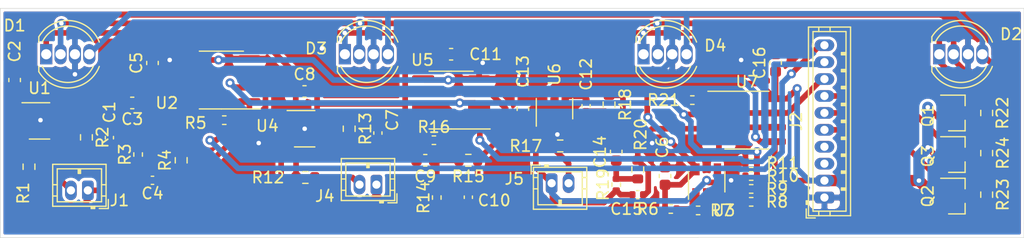
<source format=kicad_pcb>
(kicad_pcb (version 20171130) (host pcbnew "(5.1.9)-1")
  (layers (0 F.Cu signal) (31 B.Cu signal) (34 B.Paste user) (35 F.Paste user) (36 B.SilkS user) (37 F.SilkS user) (38 B.Mask user) (39 F.Mask user) (44 Edge.Cuts user))
  (net 0 "")
  (net 1 "Net-(C1-Pad1)")
  (net 2 "Net-(C1-Pad2)")
  (net 3 +3V3)
  (net 4 GND)
  (net 5 "Net-(C3-Pad1)")
  (net 6 "Net-(C4-Pad1)")
  (net 7 /VGND)
  (net 8 "Net-(C7-Pad2)")
  (net 9 "Net-(C7-Pad1)")
  (net 10 "Net-(C9-Pad1)")
  (net 11 "Net-(C10-Pad1)")
  (net 12 "Net-(C12-Pad2)")
  (net 13 "Net-(C12-Pad1)")
  (net 14 "Net-(C14-Pad1)")
  (net 15 "Net-(C15-Pad1)")
  (net 16 "Net-(D1-Pad4)")
  (net 17 "Net-(D1-Pad2)")
  (net 18 "Net-(D1-Pad1)")
  (net 19 "Net-(J1-Pad2)")
  (net 20 /impact_sensor1/out)
  (net 21 /impact_sensor2/out)
  (net 22 /impact_sensor3/out)
  (net 23 /leds/LED-B)
  (net 24 /leds/LED-G)
  (net 25 /leds/LED-R)
  (net 26 "Net-(J4-Pad2)")
  (net 27 "Net-(J5-Pad2)")
  (net 28 "Net-(Q1-Pad3)")
  (net 29 "Net-(Q2-Pad3)")
  (net 30 "Net-(Q3-Pad3)")
  (net 31 "Net-(R6-Pad2)")
  (net 32 /VGND+)
  (net 33 /VGND-)
  (net 34 "Net-(J2-Pad3)")
  (net 35 "Net-(J2-Pad4)")
  (module LED_THT:LED_D5.0mm-4_RGB (layer F.Cu) (at 107.696 67.564)
    (fp_text reference D4 (at 6.35 -0.762) (layer F.SilkS))
    (fp_text value LED_BGCR)
    (pad 4 thru_hole oval (at 3.81 0) (size 1.07 1.8) (drill 0.9) (layers *.Cu *.Mask) (net 16 "Net-(D1-Pad4)"))
    (pad 3 thru_hole oval (at 2.54 0) (size 1.07 1.8) (drill 0.9) (layers *.Cu *.Mask) (net 4 GND))
    (pad 2 thru_hole oval (at 1.27 0) (size 1.07 1.8) (drill 0.9) (layers *.Cu *.Mask) (net 17 "Net-(D1-Pad2)"))
    (pad 1 thru_hole rect (at 0 0) (size 1.07 1.8) (drill 0.9) (layers *.Cu *.Mask) (net 18 "Net-(D1-Pad1)"))
  )
  (module Capacitor_SMD:C_0402_1005Metric (layer F.Cu) (at 60.452 74.958 270)
    (fp_text reference C1 (at -2.258 0 90) (layer F.SilkS))
    (fp_text value 1n)
    (pad 1 smd roundrect (at -0.48 0 270) (size 0.56 0.62) (layers F.Cu F.Paste F.Mask) (net 1 "Net-(C1-Pad1)"))
    (pad 2 smd roundrect (at 0.48 0 270) (size 0.56 0.62) (layers F.Cu F.Paste F.Mask) (net 2 "Net-(C1-Pad2)"))
  )
  (module Capacitor_SMD:C_0603_1608Metric (layer F.Cu) (at 52.07 69.85 90)
    (fp_text reference C2 (at 2.54 0 90) (layer F.SilkS))
    (fp_text value 10n)
    (pad 1 smd roundrect (at -0.775 0 90) (size 0.9 0.95) (layers F.Cu F.Paste F.Mask) (net 3 +3V3))
    (pad 2 smd roundrect (at 0.775 0 90) (size 0.9 0.95) (layers F.Cu F.Paste F.Mask) (net 4 GND))
  )
  (module Capacitor_SMD:C_0603_1608Metric (layer F.Cu) (at 62.471 71.882 180)
    (fp_text reference C3 (at 0 -1.43) (layer F.SilkS))
    (fp_text value 10n)
    (pad 1 smd roundrect (at -0.775 0 180) (size 0.9 0.95) (layers F.Cu F.Paste F.Mask) (net 5 "Net-(C3-Pad1)"))
    (pad 2 smd roundrect (at 0.775 0 180) (size 0.9 0.95) (layers F.Cu F.Paste F.Mask) (net 1 "Net-(C1-Pad1)"))
  )
  (module Capacitor_SMD:C_0402_1005Metric (layer F.Cu) (at 64.262 78.74 180)
    (fp_text reference C4 (at 0 -1.16) (layer F.SilkS))
    (fp_text value 22n)
    (pad 1 smd roundrect (at -0.48 0 180) (size 0.56 0.62) (layers F.Cu F.Paste F.Mask) (net 6 "Net-(C4-Pad1)"))
    (pad 2 smd roundrect (at 0.48 0 180) (size 0.56 0.62) (layers F.Cu F.Paste F.Mask) (net 7 /VGND))
  )
  (module Capacitor_SMD:C_0603_1608Metric (layer F.Cu) (at 64.262 68.339 90)
    (fp_text reference C5 (at 0 -1.43 90) (layer F.SilkS))
    (fp_text value 10n)
    (pad 1 smd roundrect (at -0.775 0 90) (size 0.9 0.95) (layers F.Cu F.Paste F.Mask) (net 3 +3V3))
    (pad 2 smd roundrect (at 0.775 0 90) (size 0.9 0.95) (layers F.Cu F.Paste F.Mask) (net 4 GND))
  )
  (module Capacitor_SMD:C_0603_1608Metric (layer F.Cu) (at 109.601 78.359 90)
    (fp_text reference C6 (at 2.54 -0.254 90) (layer F.SilkS))
    (fp_text value 10n)
    (pad 2 smd roundrect (at 0.775 0 90) (size 0.9 0.95) (layers F.Cu F.Paste F.Mask) (net 4 GND))
    (pad 1 smd roundrect (at -0.775 0 90) (size 0.9 0.95) (layers F.Cu F.Paste F.Mask) (net 3 +3V3))
  )
  (module Capacitor_SMD:C_0402_1005Metric (layer F.Cu) (at 84.201 74.549 270)
    (fp_text reference C7 (at -1.143 -1.27 90) (layer F.SilkS))
    (fp_text value 1n)
    (pad 2 smd roundrect (at 0.48 0 270) (size 0.56 0.62) (layers F.Cu F.Paste F.Mask) (net 8 "Net-(C7-Pad2)"))
    (pad 1 smd roundrect (at -0.48 0 270) (size 0.56 0.62) (layers F.Cu F.Paste F.Mask) (net 9 "Net-(C7-Pad1)"))
  )
  (module Capacitor_SMD:C_0603_1608Metric (layer F.Cu) (at 77.711 70.866 180)
    (fp_text reference C8 (at 0 1.524) (layer F.SilkS))
    (fp_text value 10n)
    (pad 2 smd roundrect (at 0.775 0 180) (size 0.9 0.95) (layers F.Cu F.Paste F.Mask) (net 4 GND))
    (pad 1 smd roundrect (at -0.775 0 180) (size 0.9 0.95) (layers F.Cu F.Paste F.Mask) (net 3 +3V3))
  )
  (module Capacitor_SMD:C_0603_1608Metric (layer F.Cu) (at 88.392 76.962 180)
    (fp_text reference C9 (at 0 -1.43) (layer F.SilkS))
    (fp_text value 10n)
    (pad 1 smd roundrect (at -0.775 0 180) (size 0.9 0.95) (layers F.Cu F.Paste F.Mask) (net 10 "Net-(C9-Pad1)"))
    (pad 2 smd roundrect (at 0.775 0 180) (size 0.9 0.95) (layers F.Cu F.Paste F.Mask) (net 9 "Net-(C7-Pad1)"))
  )
  (module Capacitor_SMD:C_0402_1005Metric (layer F.Cu) (at 92.202 80.236 270)
    (fp_text reference C10 (at 0.282 -2.286 180) (layer F.SilkS))
    (fp_text value 22n)
    (pad 2 smd roundrect (at 0.48 0 270) (size 0.56 0.62) (layers F.Cu F.Paste F.Mask) (net 7 /VGND))
    (pad 1 smd roundrect (at -0.48 0 270) (size 0.56 0.62) (layers F.Cu F.Paste F.Mask) (net 11 "Net-(C10-Pad1)"))
  )
  (module Capacitor_SMD:C_0603_1608Metric (layer F.Cu) (at 90.678 67.564)
    (fp_text reference C11 (at 3.048 0) (layer F.SilkS))
    (fp_text value 10n)
    (pad 2 smd roundrect (at 0.775 0) (size 0.9 0.95) (layers F.Cu F.Paste F.Mask) (net 4 GND))
    (pad 1 smd roundrect (at -0.775 0) (size 0.9 0.95) (layers F.Cu F.Paste F.Mask) (net 3 +3V3))
  )
  (module Capacitor_SMD:C_0402_1005Metric (layer F.Cu) (at 102.616 72.136 270)
    (fp_text reference C12 (at -2.794 0 90) (layer F.SilkS))
    (fp_text value 1n)
    (pad 2 smd roundrect (at 0.48 0 270) (size 0.56 0.62) (layers F.Cu F.Paste F.Mask) (net 12 "Net-(C12-Pad2)"))
    (pad 1 smd roundrect (at -0.48 0 270) (size 0.56 0.62) (layers F.Cu F.Paste F.Mask) (net 13 "Net-(C12-Pad1)"))
  )
  (module Capacitor_SMD:C_0603_1608Metric (layer F.Cu) (at 97.028 72.403 270)
    (fp_text reference C13 (at -3.302 0 90) (layer F.SilkS))
    (fp_text value 10n)
    (pad 2 smd roundrect (at 0.775 0 270) (size 0.9 0.95) (layers F.Cu F.Paste F.Mask) (net 4 GND))
    (pad 1 smd roundrect (at -0.775 0 270) (size 0.9 0.95) (layers F.Cu F.Paste F.Mask) (net 3 +3V3))
  )
  (module Capacitor_SMD:C_0603_1608Metric (layer F.Cu) (at 105.283 76.213 90)
    (fp_text reference C14 (at 0 -1.43 90) (layer F.SilkS))
    (fp_text value 10n)
    (pad 2 smd roundrect (at 0.775 0 90) (size 0.9 0.95) (layers F.Cu F.Paste F.Mask) (net 13 "Net-(C12-Pad1)"))
    (pad 1 smd roundrect (at -0.775 0 90) (size 0.9 0.95) (layers F.Cu F.Paste F.Mask) (net 14 "Net-(C14-Pad1)"))
  )
  (module Capacitor_SMD:C_0402_1005Metric (layer F.Cu) (at 107.188 80.01 180)
    (fp_text reference C15 (at 0.988 -1.27) (layer F.SilkS))
    (fp_text value 22n)
    (pad 1 smd roundrect (at -0.48 0 180) (size 0.56 0.62) (layers F.Cu F.Paste F.Mask) (net 15 "Net-(C15-Pad1)"))
    (pad 2 smd roundrect (at 0.48 0 180) (size 0.56 0.62) (layers F.Cu F.Paste F.Mask) (net 7 /VGND))
  )
  (module Capacitor_SMD:C_0603_1608Metric (layer F.Cu) (at 119.38 68.326 90)
    (fp_text reference C16 (at 0 -1.43 90) (layer F.SilkS))
    (fp_text value 10n)
    (pad 1 smd roundrect (at -0.775 0 90) (size 0.9 0.95) (layers F.Cu F.Paste F.Mask) (net 3 +3V3))
    (pad 2 smd roundrect (at 0.775 0 90) (size 0.9 0.95) (layers F.Cu F.Paste F.Mask) (net 4 GND))
  )
  (module LED_THT:LED_D5.0mm-4_RGB (layer F.Cu) (at 54.864 67.564)
    (fp_text reference D1 (at -2.794 -2.54) (layer F.SilkS))
    (fp_text value LED_BGCR)
    (pad 1 thru_hole rect (at 0 0) (size 1.07 1.8) (drill 0.9) (layers *.Cu *.Mask) (net 18 "Net-(D1-Pad1)"))
    (pad 2 thru_hole oval (at 1.27 0) (size 1.07 1.8) (drill 0.9) (layers *.Cu *.Mask) (net 17 "Net-(D1-Pad2)"))
    (pad 3 thru_hole oval (at 2.54 0) (size 1.07 1.8) (drill 0.9) (layers *.Cu *.Mask) (net 4 GND))
    (pad 4 thru_hole oval (at 3.81 0) (size 1.07 1.8) (drill 0.9) (layers *.Cu *.Mask) (net 16 "Net-(D1-Pad4)"))
  )
  (module LED_THT:LED_D5.0mm-4_RGB (layer F.Cu) (at 133.858 67.564)
    (fp_text reference D2 (at 6.35 -1.778) (layer F.SilkS))
    (fp_text value LED_BGCR)
    (pad 1 thru_hole rect (at 0 0) (size 1.07 1.8) (drill 0.9) (layers *.Cu *.Mask) (net 18 "Net-(D1-Pad1)"))
    (pad 2 thru_hole oval (at 1.27 0) (size 1.07 1.8) (drill 0.9) (layers *.Cu *.Mask) (net 17 "Net-(D1-Pad2)"))
    (pad 3 thru_hole oval (at 2.54 0) (size 1.07 1.8) (drill 0.9) (layers *.Cu *.Mask) (net 4 GND))
    (pad 4 thru_hole oval (at 3.81 0) (size 1.07 1.8) (drill 0.9) (layers *.Cu *.Mask) (net 16 "Net-(D1-Pad4)"))
  )
  (module LED_THT:LED_D5.0mm-4_RGB (layer F.Cu) (at 81.28 67.564)
    (fp_text reference D3 (at -2.54 -0.508) (layer F.SilkS))
    (fp_text value LED_BGCR)
    (pad 4 thru_hole oval (at 3.81 0) (size 1.07 1.8) (drill 0.9) (layers *.Cu *.Mask) (net 16 "Net-(D1-Pad4)"))
    (pad 3 thru_hole oval (at 2.54 0) (size 1.07 1.8) (drill 0.9) (layers *.Cu *.Mask) (net 4 GND))
    (pad 2 thru_hole oval (at 1.27 0) (size 1.07 1.8) (drill 0.9) (layers *.Cu *.Mask) (net 17 "Net-(D1-Pad2)"))
    (pad 1 thru_hole rect (at 0 0) (size 1.07 1.8) (drill 0.9) (layers *.Cu *.Mask) (net 18 "Net-(D1-Pad1)"))
  )
  (module Package_TO_SOT_SMD:SOT-23 (layer F.Cu) (at 135.382 72.771)
    (fp_text reference Q1 (at -2.54 0.254 270) (layer F.SilkS))
    (fp_text value BC808)
    (pad 1 smd rect (at -1 -0.95) (size 0.9 0.8) (layers F.Cu F.Paste F.Mask) (net 23 /leds/LED-B))
    (pad 2 smd rect (at -1 0.95) (size 0.9 0.8) (layers F.Cu F.Paste F.Mask) (net 3 +3V3))
    (pad 3 smd rect (at 1 0) (size 0.9 0.8) (layers F.Cu F.Paste F.Mask) (net 28 "Net-(Q1-Pad3)"))
  )
  (module Package_TO_SOT_SMD:SOT-23 (layer F.Cu) (at 135.382 80.137)
    (fp_text reference Q2 (at -2.54 0 270) (layer F.SilkS))
    (fp_text value BC808)
    (pad 3 smd rect (at 1 0) (size 0.9 0.8) (layers F.Cu F.Paste F.Mask) (net 29 "Net-(Q2-Pad3)"))
    (pad 2 smd rect (at -1 0.95) (size 0.9 0.8) (layers F.Cu F.Paste F.Mask) (net 3 +3V3))
    (pad 1 smd rect (at -1 -0.95) (size 0.9 0.8) (layers F.Cu F.Paste F.Mask) (net 25 /leds/LED-R))
  )
  (module Package_TO_SOT_SMD:SOT-23 (layer F.Cu) (at 135.382 76.454)
    (fp_text reference Q3 (at -2.54 0.127 270) (layer F.SilkS))
    (fp_text value BC808)
    (pad 1 smd rect (at -1 -0.95) (size 0.9 0.8) (layers F.Cu F.Paste F.Mask) (net 24 /leds/LED-G))
    (pad 2 smd rect (at -1 0.95) (size 0.9 0.8) (layers F.Cu F.Paste F.Mask) (net 3 +3V3))
    (pad 3 smd rect (at 1 0) (size 0.9 0.8) (layers F.Cu F.Paste F.Mask) (net 30 "Net-(Q3-Pad3)"))
  )
  (module Resistor_SMD:R_0603_1608Metric (layer F.Cu) (at 53.34 77.533 270)
    (fp_text reference R1 (at 2.349 0.508 90) (layer F.SilkS))
    (fp_text value 27)
    (pad 1 smd roundrect (at -0.825 0 270) (size 0.8 0.95) (layers F.Cu F.Paste F.Mask) (net 2 "Net-(C1-Pad2)"))
    (pad 2 smd roundrect (at 0.825 0 270) (size 0.8 0.95) (layers F.Cu F.Paste F.Mask) (net 19 "Net-(J1-Pad2)"))
  )
  (module Resistor_SMD:R_0603_1608Metric (layer F.Cu) (at 66.802 76.962 90)
    (fp_text reference R4 (at 0 -1.43 90) (layer F.SilkS))
    (fp_text value 270)
    (pad 1 smd roundrect (at -0.825 0 90) (size 0.8 0.95) (layers F.Cu F.Paste F.Mask) (net 6 "Net-(C4-Pad1)"))
    (pad 2 smd roundrect (at 0.825 0 90) (size 0.8 0.95) (layers F.Cu F.Paste F.Mask) (net 5 "Net-(C3-Pad1)"))
  )
  (module Resistor_SMD:R_0402_1005Metric (layer F.Cu) (at 110.109 81.28)
    (fp_text reference R6 (at -2.032 0) (layer F.SilkS))
    (fp_text value 20K)
    (pad 2 smd roundrect (at 0.51 0) (size 0.54 0.64) (layers F.Cu F.Paste F.Mask) (net 31 "Net-(R6-Pad2)"))
    (pad 1 smd roundrect (at -0.51 0) (size 0.54 0.64) (layers F.Cu F.Paste F.Mask) (net 3 +3V3))
  )
  (module Resistor_SMD:R_0402_1005Metric (layer F.Cu) (at 112.524 81.407)
    (fp_text reference R7 (at 2.032 0) (layer F.SilkS))
    (fp_text value 20K)
    (pad 2 smd roundrect (at 0.51 0) (size 0.54 0.64) (layers F.Cu F.Paste F.Mask) (net 4 GND))
    (pad 1 smd roundrect (at -0.51 0) (size 0.54 0.64) (layers F.Cu F.Paste F.Mask) (net 31 "Net-(R6-Pad2)"))
  )
  (module Resistor_SMD:R_0402_1005Metric (layer F.Cu) (at 117.221 80.645)
    (fp_text reference R8 (at 2.286 0) (layer F.SilkS))
    (fp_text value 150K)
    (pad 2 smd roundrect (at 0.51 0) (size 0.54 0.64) (layers F.Cu F.Paste F.Mask) (net 32 /VGND+))
    (pad 1 smd roundrect (at -0.51 0) (size 0.54 0.64) (layers F.Cu F.Paste F.Mask) (net 3 +3V3))
  )
  (module Resistor_SMD:R_0402_1005Metric (layer F.Cu) (at 117.221 79.502 180)
    (fp_text reference R9 (at -2.286 0) (layer F.SilkS))
    (fp_text value 3.83K)
    (pad 1 smd roundrect (at -0.51 0 180) (size 0.54 0.64) (layers F.Cu F.Paste F.Mask) (net 32 /VGND+))
    (pad 2 smd roundrect (at 0.51 0 180) (size 0.54 0.64) (layers F.Cu F.Paste F.Mask) (net 7 /VGND))
  )
  (module Resistor_SMD:R_0402_1005Metric (layer F.Cu) (at 117.221 78.359)
    (fp_text reference R10 (at 2.794 0) (layer F.SilkS))
    (fp_text value 3.83K)
    (pad 1 smd roundrect (at -0.51 0) (size 0.54 0.64) (layers F.Cu F.Paste F.Mask) (net 7 /VGND))
    (pad 2 smd roundrect (at 0.51 0) (size 0.54 0.64) (layers F.Cu F.Paste F.Mask) (net 33 /VGND-))
  )
  (module Resistor_SMD:R_0402_1005Metric (layer F.Cu) (at 117.221 77.216 180)
    (fp_text reference R11 (at -2.794 0) (layer F.SilkS))
    (fp_text value 150K)
    (pad 2 smd roundrect (at 0.51 0 180) (size 0.54 0.64) (layers F.Cu F.Paste F.Mask) (net 4 GND))
    (pad 1 smd roundrect (at -0.51 0 180) (size 0.54 0.64) (layers F.Cu F.Paste F.Mask) (net 33 /VGND-))
  )
  (module Resistor_SMD:R_0603_1608Metric (layer F.Cu) (at 77.787 78.486)
    (fp_text reference R12 (at -3.302 0) (layer F.SilkS))
    (fp_text value 27)
    (pad 2 smd roundrect (at 0.825 0) (size 0.8 0.95) (layers F.Cu F.Paste F.Mask) (net 26 "Net-(J4-Pad2)"))
    (pad 1 smd roundrect (at -0.825 0) (size 0.8 0.95) (layers F.Cu F.Paste F.Mask) (net 8 "Net-(C7-Pad2)"))
  )
  (module Resistor_SMD:R_0603_1608Metric (layer F.Cu) (at 92.202 76.962 180)
    (fp_text reference R15 (at 0 -1.43) (layer F.SilkS))
    (fp_text value 270)
    (pad 2 smd roundrect (at 0.825 0 180) (size 0.8 0.95) (layers F.Cu F.Paste F.Mask) (net 10 "Net-(C9-Pad1)"))
    (pad 1 smd roundrect (at -0.825 0 180) (size 0.8 0.95) (layers F.Cu F.Paste F.Mask) (net 11 "Net-(C10-Pad1)"))
  )
  (module Resistor_SMD:R_0603_1608Metric (layer F.Cu) (at 100.33 75.692 180)
    (fp_text reference R17 (at 3.048 0) (layer F.SilkS))
    (fp_text value 27)
    (pad 1 smd roundrect (at -0.825 0 180) (size 0.8 0.95) (layers F.Cu F.Paste F.Mask) (net 12 "Net-(C12-Pad2)"))
    (pad 2 smd roundrect (at 0.825 0 180) (size 0.8 0.95) (layers F.Cu F.Paste F.Mask) (net 27 "Net-(J5-Pad2)"))
  )
  (module Resistor_SMD:R_0603_1608Metric (layer F.Cu) (at 107.188 77.787 270)
    (fp_text reference R20 (at -3.111 -0.254 90) (layer F.SilkS))
    (fp_text value 270)
    (pad 2 smd roundrect (at 0.825 0 270) (size 0.8 0.95) (layers F.Cu F.Paste F.Mask) (net 14 "Net-(C14-Pad1)"))
    (pad 1 smd roundrect (at -0.825 0 270) (size 0.8 0.95) (layers F.Cu F.Paste F.Mask) (net 15 "Net-(C15-Pad1)"))
  )
  (module Package_TO_SOT_SMD:SOT-23-5 (layer F.Cu) (at 54.272 73.472)
    (fp_text reference U1 (at 0 -2.9) (layer F.SilkS))
    (fp_text value LMV321)
    (pad 5 smd rect (at 1.1 -0.95) (size 1.06 0.65) (layers F.Cu F.Paste F.Mask) (net 3 +3V3))
    (pad 4 smd rect (at 1.1 0.95) (size 1.06 0.65) (layers F.Cu F.Paste F.Mask) (net 1 "Net-(C1-Pad1)"))
    (pad 3 smd rect (at -1.1 0.95) (size 1.06 0.65) (layers F.Cu F.Paste F.Mask) (net 2 "Net-(C1-Pad2)"))
    (pad 2 smd rect (at -1.1 0) (size 1.06 0.65) (layers F.Cu F.Paste F.Mask) (net 4 GND))
    (pad 1 smd rect (at -1.1 -0.95) (size 1.06 0.65) (layers F.Cu F.Paste F.Mask) (net 7 /VGND))
  )
  (module Package_SO:SOIC-8_3.9x4.9mm_P1.27mm (layer F.Cu) (at 70.358 69.85 180)
    (fp_text reference U2 (at 4.826 -2.032) (layer F.SilkS))
    (fp_text value LM393)
    (pad 1 smd roundrect (at -2.475 -1.905 180) (size 1.95 0.6) (layers F.Cu F.Paste F.Mask) (net 20 /impact_sensor1/out))
    (pad 2 smd roundrect (at -2.475 -0.635 180) (size 1.95 0.6) (layers F.Cu F.Paste F.Mask) (net 33 /VGND-))
    (pad 3 smd roundrect (at -2.475 0.635 180) (size 1.95 0.6) (layers F.Cu F.Paste F.Mask) (net 6 "Net-(C4-Pad1)"))
    (pad 4 smd roundrect (at -2.475 1.905 180) (size 1.95 0.6) (layers F.Cu F.Paste F.Mask) (net 4 GND))
    (pad 5 smd roundrect (at 2.475 1.905 180) (size 1.95 0.6) (layers F.Cu F.Paste F.Mask) (net 32 /VGND+))
    (pad 6 smd roundrect (at 2.475 0.635 180) (size 1.95 0.6) (layers F.Cu F.Paste F.Mask) (net 6 "Net-(C4-Pad1)"))
    (pad 7 smd roundrect (at 2.475 -0.635 180) (size 1.95 0.6) (layers F.Cu F.Paste F.Mask) (net 20 /impact_sensor1/out))
    (pad 8 smd roundrect (at 2.475 -1.905 180) (size 1.95 0.6) (layers F.Cu F.Paste F.Mask) (net 3 +3V3))
  )
  (module Package_TO_SOT_SMD:SOT-23-5 (layer F.Cu) (at 113.284 78.867 90)
    (fp_text reference U3 (at -2.54 1.524 180) (layer F.SilkS))
    (fp_text value LMV321)
    (pad 1 smd rect (at -1.1 -0.95 90) (size 1.06 0.65) (layers F.Cu F.Paste F.Mask) (net 31 "Net-(R6-Pad2)"))
    (pad 2 smd rect (at -1.1 0 90) (size 1.06 0.65) (layers F.Cu F.Paste F.Mask) (net 4 GND))
    (pad 3 smd rect (at -1.1 0.95 90) (size 1.06 0.65) (layers F.Cu F.Paste F.Mask) (net 7 /VGND))
    (pad 4 smd rect (at 1.1 0.95 90) (size 1.06 0.65) (layers F.Cu F.Paste F.Mask) (net 7 /VGND))
    (pad 5 smd rect (at 1.1 -0.95 90) (size 1.06 0.65) (layers F.Cu F.Paste F.Mask) (net 3 +3V3))
  )
  (module Package_TO_SOT_SMD:SOT-23-5 (layer F.Cu) (at 77.724 74.168)
    (fp_text reference U4 (at -3.302 -0.254) (layer F.SilkS))
    (fp_text value LMV321)
    (pad 1 smd rect (at -1.1 -0.95) (size 1.06 0.65) (layers F.Cu F.Paste F.Mask) (net 7 /VGND))
    (pad 2 smd rect (at -1.1 0) (size 1.06 0.65) (layers F.Cu F.Paste F.Mask) (net 4 GND))
    (pad 3 smd rect (at -1.1 0.95) (size 1.06 0.65) (layers F.Cu F.Paste F.Mask) (net 8 "Net-(C7-Pad2)"))
    (pad 4 smd rect (at 1.1 0.95) (size 1.06 0.65) (layers F.Cu F.Paste F.Mask) (net 9 "Net-(C7-Pad1)"))
    (pad 5 smd rect (at 1.1 -0.95) (size 1.06 0.65) (layers F.Cu F.Paste F.Mask) (net 3 +3V3))
  )
  (module Package_SO:SOIC-8_3.9x4.9mm_P1.27mm (layer F.Cu) (at 90.678 71.628 180)
    (fp_text reference U5 (at 2.54 3.556) (layer F.SilkS))
    (fp_text value LM393)
    (pad 8 smd roundrect (at 2.475 -1.905 180) (size 1.95 0.6) (layers F.Cu F.Paste F.Mask) (net 3 +3V3))
    (pad 7 smd roundrect (at 2.475 -0.635 180) (size 1.95 0.6) (layers F.Cu F.Paste F.Mask) (net 21 /impact_sensor2/out))
    (pad 6 smd roundrect (at 2.475 0.635 180) (size 1.95 0.6) (layers F.Cu F.Paste F.Mask) (net 11 "Net-(C10-Pad1)"))
    (pad 5 smd roundrect (at 2.475 1.905 180) (size 1.95 0.6) (layers F.Cu F.Paste F.Mask) (net 32 /VGND+))
    (pad 4 smd roundrect (at -2.475 1.905 180) (size 1.95 0.6) (layers F.Cu F.Paste F.Mask) (net 4 GND))
    (pad 3 smd roundrect (at -2.475 0.635 180) (size 1.95 0.6) (layers F.Cu F.Paste F.Mask) (net 11 "Net-(C10-Pad1)"))
    (pad 2 smd roundrect (at -2.475 -0.635 180) (size 1.95 0.6) (layers F.Cu F.Paste F.Mask) (net 33 /VGND-))
    (pad 1 smd roundrect (at -2.475 -1.905 180) (size 1.95 0.6) (layers F.Cu F.Paste F.Mask) (net 21 /impact_sensor2/out))
  )
  (module Package_TO_SOT_SMD:SOT-23-5 (layer F.Cu) (at 99.822 72.39 90)
    (fp_text reference U6 (at 3.048 0 90) (layer F.SilkS))
    (fp_text value LMV321)
    (pad 5 smd rect (at 1.1 -0.95 90) (size 1.06 0.65) (layers F.Cu F.Paste F.Mask) (net 3 +3V3))
    (pad 4 smd rect (at 1.1 0.95 90) (size 1.06 0.65) (layers F.Cu F.Paste F.Mask) (net 13 "Net-(C12-Pad1)"))
    (pad 3 smd rect (at -1.1 0.95 90) (size 1.06 0.65) (layers F.Cu F.Paste F.Mask) (net 12 "Net-(C12-Pad2)"))
    (pad 2 smd rect (at -1.1 0 90) (size 1.06 0.65) (layers F.Cu F.Paste F.Mask) (net 4 GND))
    (pad 1 smd rect (at -1.1 -0.95 90) (size 1.06 0.65) (layers F.Cu F.Paste F.Mask) (net 7 /VGND))
  )
  (module Package_SO:SOIC-8_3.9x4.9mm_P1.27mm (layer F.Cu) (at 116.84 73.406)
    (fp_text reference U7 (at 0 -3.4) (layer F.SilkS))
    (fp_text value LM393)
    (pad 1 smd roundrect (at -2.475 -1.905) (size 1.95 0.6) (layers F.Cu F.Paste F.Mask) (net 22 /impact_sensor3/out))
    (pad 2 smd roundrect (at -2.475 -0.635) (size 1.95 0.6) (layers F.Cu F.Paste F.Mask) (net 33 /VGND-))
    (pad 3 smd roundrect (at -2.475 0.635) (size 1.95 0.6) (layers F.Cu F.Paste F.Mask) (net 15 "Net-(C15-Pad1)"))
    (pad 4 smd roundrect (at -2.475 1.905) (size 1.95 0.6) (layers F.Cu F.Paste F.Mask) (net 4 GND))
    (pad 5 smd roundrect (at 2.475 1.905) (size 1.95 0.6) (layers F.Cu F.Paste F.Mask) (net 32 /VGND+))
    (pad 6 smd roundrect (at 2.475 0.635) (size 1.95 0.6) (layers F.Cu F.Paste F.Mask) (net 15 "Net-(C15-Pad1)"))
    (pad 7 smd roundrect (at 2.475 -0.635) (size 1.95 0.6) (layers F.Cu F.Paste F.Mask) (net 22 /impact_sensor3/out))
    (pad 8 smd roundrect (at 2.475 -1.905) (size 1.95 0.6) (layers F.Cu F.Paste F.Mask) (net 3 +3V3))
  )
  (module Resistor_SMD:R_0603_1608Metric (layer F.Cu) (at 58.42 74.93 270)
    (fp_text reference R2 (at 0 -1.43 90) (layer F.SilkS))
    (fp_text value 2M)
    (pad 2 smd roundrect (at 0.825 0 270) (size 0.8 0.95) (layers F.Cu F.Paste F.Mask) (net 2 "Net-(C1-Pad2)"))
    (pad 1 smd roundrect (at -0.825 0 270) (size 0.8 0.95) (layers F.Cu F.Paste F.Mask) (net 1 "Net-(C1-Pad1)"))
  )
  (module Resistor_SMD:R_0603_1608Metric (layer F.Cu) (at 81.661 74.168 270)
    (fp_text reference R13 (at 0 -1.43 90) (layer F.SilkS))
    (fp_text value 2M)
    (pad 1 smd roundrect (at -0.825 0 270) (size 0.8 0.95) (layers F.Cu F.Paste F.Mask) (net 9 "Net-(C7-Pad1)"))
    (pad 2 smd roundrect (at 0.825 0 270) (size 0.8 0.95) (layers F.Cu F.Paste F.Mask) (net 8 "Net-(C7-Pad2)"))
  )
  (module Resistor_SMD:R_0603_1608Metric (layer F.Cu) (at 104.648 72.0325 270)
    (fp_text reference R18 (at 0 -1.43 90) (layer F.SilkS))
    (fp_text value 2M)
    (pad 2 smd roundrect (at 0.825 0 270) (size 0.8 0.95) (layers F.Cu F.Paste F.Mask) (net 12 "Net-(C12-Pad2)"))
    (pad 1 smd roundrect (at -0.825 0 270) (size 0.8 0.95) (layers F.Cu F.Paste F.Mask) (net 13 "Net-(C12-Pad1)"))
  )
  (module Resistor_SMD:R_0603_1608Metric (layer F.Cu) (at 138.049 72.771 90)
    (fp_text reference R22 (at 0 1.397 90) (layer F.SilkS))
    (fp_text value 10)
    (pad 1 smd roundrect (at -0.825 0 90) (size 0.8 0.95) (layers F.Cu F.Paste F.Mask) (net 28 "Net-(Q1-Pad3)"))
    (pad 2 smd roundrect (at 0.825 0 90) (size 0.8 0.95) (layers F.Cu F.Paste F.Mask) (net 18 "Net-(D1-Pad1)"))
  )
  (module Resistor_SMD:R_0603_1608Metric (layer F.Cu) (at 138.049 80.01 270)
    (fp_text reference R23 (at 0 -1.43 90) (layer F.SilkS))
    (fp_text value 10)
    (pad 2 smd roundrect (at 0.825 0 270) (size 0.8 0.95) (layers F.Cu F.Paste F.Mask) (net 29 "Net-(Q2-Pad3)"))
    (pad 1 smd roundrect (at -0.825 0 270) (size 0.8 0.95) (layers F.Cu F.Paste F.Mask) (net 16 "Net-(D1-Pad4)"))
  )
  (module Resistor_SMD:R_0603_1608Metric (layer F.Cu) (at 138.049 76.327 270)
    (fp_text reference R24 (at 0 -1.43 90) (layer F.SilkS))
    (fp_text value 10)
    (pad 1 smd roundrect (at -0.825 0 270) (size 0.8 0.95) (layers F.Cu F.Paste F.Mask) (net 17 "Net-(D1-Pad2)"))
    (pad 2 smd roundrect (at 0.825 0 270) (size 0.8 0.95) (layers F.Cu F.Paste F.Mask) (net 30 "Net-(Q3-Pad3)"))
  )
  (module Resistor_SMD:R_0402_1005Metric (layer F.Cu) (at 62.992 76.452 90)
    (fp_text reference R3 (at 0 -1.17 90) (layer F.SilkS))
    (fp_text value 12K)
    (pad 2 smd roundrect (at 0.51 0 90) (size 0.54 0.64) (layers F.Cu F.Paste F.Mask) (net 5 "Net-(C3-Pad1)"))
    (pad 1 smd roundrect (at -0.51 0 90) (size 0.54 0.64) (layers F.Cu F.Paste F.Mask) (net 7 /VGND))
  )
  (module Resistor_SMD:R_0402_1005Metric (layer F.Cu) (at 70.612 73.406)
    (fp_text reference R5 (at -2.54 0.254) (layer F.SilkS))
    (fp_text value 12K)
    (pad 1 smd roundrect (at -0.51 0) (size 0.54 0.64) (layers F.Cu F.Paste F.Mask) (net 3 +3V3))
    (pad 2 smd roundrect (at 0.51 0) (size 0.54 0.64) (layers F.Cu F.Paste F.Mask) (net 20 /impact_sensor1/out))
  )
  (module Resistor_SMD:R_0402_1005Metric (layer F.Cu) (at 89.408 80.266 90)
    (fp_text reference R14 (at 0 -1.17 90) (layer F.SilkS))
    (fp_text value 12K)
    (pad 2 smd roundrect (at 0.51 0 90) (size 0.54 0.64) (layers F.Cu F.Paste F.Mask) (net 10 "Net-(C9-Pad1)"))
    (pad 1 smd roundrect (at -0.51 0 90) (size 0.54 0.64) (layers F.Cu F.Paste F.Mask) (net 7 /VGND))
  )
  (module Resistor_SMD:R_0402_1005Metric (layer F.Cu) (at 89.156 75.184)
    (fp_text reference R16 (at 0 -1.17) (layer F.SilkS))
    (fp_text value 12K)
    (pad 1 smd roundrect (at -0.51 0) (size 0.54 0.64) (layers F.Cu F.Paste F.Mask) (net 3 +3V3))
    (pad 2 smd roundrect (at 0.51 0) (size 0.54 0.64) (layers F.Cu F.Paste F.Mask) (net 21 /impact_sensor2/out))
  )
  (module Resistor_SMD:R_0402_1005Metric (layer F.Cu) (at 105.283 79.121 90)
    (fp_text reference R19 (at 0 -1.17 90) (layer F.SilkS))
    (fp_text value 12K)
    (pad 2 smd roundrect (at 0.51 0 90) (size 0.54 0.64) (layers F.Cu F.Paste F.Mask) (net 14 "Net-(C14-Pad1)"))
    (pad 1 smd roundrect (at -0.51 0 90) (size 0.54 0.64) (layers F.Cu F.Paste F.Mask) (net 7 /VGND))
  )
  (module Resistor_SMD:R_0402_1005Metric (layer F.Cu) (at 112.014 71.628)
    (fp_text reference R21 (at -2.54 0) (layer F.SilkS))
    (fp_text value 12K)
    (pad 1 smd roundrect (at -0.51 0) (size 0.54 0.64) (layers F.Cu F.Paste F.Mask) (net 3 +3V3))
    (pad 2 smd roundrect (at 0.51 0) (size 0.54 0.64) (layers F.Cu F.Paste F.Mask) (net 22 /impact_sensor3/out))
  )
  (module Connector_JST:JST_ZH_B2B-ZR_1x02_P1.50mm_Vertical (layer F.Cu) (at 58.547 79.629 180)
    (fp_text reference J1 (at -2.794 -0.889) (layer F.SilkS))
    (fp_text value Conn_01x02_Male)
    (pad 1 thru_hole roundrect (at 0 0 180) (size 1.03 1.73) (drill 0.73) (layers *.Cu *.Mask) (roundrect_rratio 0.2427174757281553) (net 7 /VGND))
    (pad 2 thru_hole oval (at 1.5 0 180) (size 1.03 1.73) (drill 0.73) (layers *.Cu *.Mask) (net 19 "Net-(J1-Pad2)"))
  )
  (module Connector_JST:JST_ZH_B2B-ZR_1x02_P1.50mm_Vertical (layer F.Cu) (at 84.074 79.121 180)
    (fp_text reference J4 (at 4.572 -1.016) (layer F.SilkS))
    (fp_text value Conn_01x02_Male)
    (pad 1 thru_hole roundrect (at 0 0 180) (size 1.03 1.73) (drill 0.73) (layers *.Cu *.Mask) (roundrect_rratio 0.2427174757281553) (net 7 /VGND))
    (pad 2 thru_hole oval (at 1.5 0 180) (size 1.03 1.73) (drill 0.73) (layers *.Cu *.Mask) (net 26 "Net-(J4-Pad2)"))
  )
  (module Connector_JST:JST_ZH_B2B-ZR_1x02_P1.50mm_Vertical (layer F.Cu) (at 99.568 78.994)
    (fp_text reference J5 (at -3.302 -0.381) (layer F.SilkS))
    (fp_text value Conn_01x02_Male)
    (pad 2 thru_hole oval (at 1.5 0) (size 1.03 1.73) (drill 0.73) (layers *.Cu *.Mask) (net 27 "Net-(J5-Pad2)"))
    (pad 1 thru_hole roundrect (at 0 0) (size 1.03 1.73) (drill 0.73) (layers *.Cu *.Mask) (roundrect_rratio 0.2427174757281553) (net 7 /VGND))
  )
  (module Connector_JST:JST_ZH_B10B-ZR_1x10_P1.50mm_Vertical (layer F.Cu) (at 123.698 80.264 90)
    (fp_text reference J2 (at 6.75 -2.5 90) (layer F.SilkS))
    (fp_text value Conn_01x10_Male)
    (pad 1 thru_hole roundrect (at 0 0 90) (size 1.03 1.73) (drill 0.73) (layers *.Cu *.Mask) (roundrect_rratio 0.2427174757281553) (net 4 GND))
    (pad 2 thru_hole oval (at 1.5 0 90) (size 1.03 1.73) (drill 0.73) (layers *.Cu *.Mask) (net 3 +3V3))
    (pad 3 thru_hole oval (at 3 0 90) (size 1.03 1.73) (drill 0.73) (layers *.Cu *.Mask) (net 34 "Net-(J2-Pad3)"))
    (pad 4 thru_hole oval (at 4.5 0 90) (size 1.03 1.73) (drill 0.73) (layers *.Cu *.Mask) (net 35 "Net-(J2-Pad4)"))
    (pad 5 thru_hole oval (at 6 0 90) (size 1.03 1.73) (drill 0.73) (layers *.Cu *.Mask) (net 25 /leds/LED-R))
    (pad 6 thru_hole oval (at 7.5 0 90) (size 1.03 1.73) (drill 0.73) (layers *.Cu *.Mask) (net 24 /leds/LED-G))
    (pad 7 thru_hole oval (at 9 0 90) (size 1.03 1.73) (drill 0.73) (layers *.Cu *.Mask) (net 23 /leds/LED-B))
    (pad 8 thru_hole oval (at 10.5 0 90) (size 1.03 1.73) (drill 0.73) (layers *.Cu *.Mask) (net 22 /impact_sensor3/out))
    (pad 9 thru_hole oval (at 12 0 90) (size 1.03 1.73) (drill 0.73) (layers *.Cu *.Mask) (net 21 /impact_sensor2/out))
    (pad 10 thru_hole oval (at 13.5 0 90) (size 1.03 1.73) (drill 0.73) (layers *.Cu *.Mask) (net 20 /impact_sensor1/out))
  )
  (gr_line (start 141.351 83.82) (end 141.351 82.55) (layer Edge.Cuts) (width 0.05))
  (gr_line (start 112.522 83.82) (end 141.351 83.82) (layer Edge.Cuts) (width 0.05))
  (gr_line (start 50.8 83.82) (end 50.8 82.55) (layer Edge.Cuts) (width 0.05))
  (gr_line (start 141.351 63.5) (end 50.8 63.5) (layer Edge.Cuts) (width 0.05))
  (gr_line (start 141.351 82.55) (end 141.351 63.5) (layer Edge.Cuts) (width 0.05))
  (gr_line (start 50.8 83.82) (end 112.522 83.82) (layer Edge.Cuts) (width 0.05))
  (gr_line (start 50.8 63.5) (end 50.8 82.55) (layer Edge.Cuts) (width 0.05))
  (segment (start 60.452 74.478) (end 60.452 74.422) (width 0.5) (layer F.Cu) (net 1))
  (segment (start 60.452 74.422) (end 60.0475 74.0175) (width 0.5) (layer F.Cu) (net 1))
  (segment (start 59.7935 74.0175) (end 59.7935 72.5405) (width 0.5) (layer F.Cu) (net 1))
  (segment (start 60.0475 74.0175) (end 59.7935 74.0175) (width 0.5) (layer F.Cu) (net 1))
  (segment (start 59.7935 74.0175) (end 58.42 74.0175) (width 0.5) (layer F.Cu) (net 1))
  (segment (start 60.452 71.882) (end 61.696 71.882) (width 0.5) (layer F.Cu) (net 1))
  (segment (start 59.7935 72.5405) (end 60.452 71.882) (width 0.5) (layer F.Cu) (net 1))
  (segment (start 55.372 74.422) (end 56.388 74.422) (width 0.5) (layer F.Cu) (net 1))
  (segment (start 56.7925 74.0175) (end 58.42 74.0175) (width 0.5) (layer F.Cu) (net 1))
  (segment (start 56.388 74.422) (end 56.7925 74.0175) (width 0.5) (layer F.Cu) (net 1))
  (segment (start 53.172 76.54) (end 53.34 76.708) (width 0.5) (layer F.Cu) (net 2))
  (segment (start 60.0475 75.8425) (end 60.452 75.438) (width 0.5) (layer F.Cu) (net 2))
  (segment (start 58.42 75.8425) (end 60.0475 75.8425) (width 0.5) (layer F.Cu) (net 2))
  (segment (start 53.1895 75.8425) (end 53.172 75.86) (width 0.5) (layer F.Cu) (net 2))
  (segment (start 58.42 75.8425) (end 53.1895 75.8425) (width 0.5) (layer F.Cu) (net 2))
  (segment (start 53.172 75.86) (end 53.172 76.54) (width 0.5) (layer F.Cu) (net 2))
  (segment (start 53.172 74.422) (end 53.172 75.86) (width 0.5) (layer F.Cu) (net 2))
  (segment (start 119.315 71.501) (end 119.315 71.439) (width 0.5) (layer F.Cu) (net 3))
  (segment (start 98.534 71.628) (end 98.872 71.29) (width 0.5) (layer F.Cu) (net 3))
  (segment (start 97.028 71.628) (end 98.534 71.628) (width 0.5) (layer F.Cu) (net 3))
  (segment (start 88.203 74.741) (end 88.646 75.184) (width 0.5) (layer F.Cu) (net 3))
  (segment (start 88.203 73.533) (end 88.203 74.741) (width 0.5) (layer F.Cu) (net 3))
  (segment (start 87.228 73.533) (end 88.203 73.533) (width 0.5) (layer F.Cu) (net 3))
  (segment (start 86.614 72.919) (end 87.228 73.533) (width 0.5) (layer F.Cu) (net 3))
  (segment (start 87.376 67.564) (end 86.614 68.326) (width 0.5) (layer F.Cu) (net 3))
  (segment (start 89.903 67.564) (end 87.376 67.564) (width 0.5) (layer F.Cu) (net 3))
  (segment (start 78.824 71.204) (end 78.486 70.866) (width 0.5) (layer F.Cu) (net 3))
  (segment (start 86.53 71.966) (end 86.614 71.882) (width 0.5) (layer F.Cu) (net 3))
  (segment (start 86.614 71.882) (end 86.614 72.919) (width 0.5) (layer F.Cu) (net 3))
  (segment (start 86.614 68.326) (end 86.614 71.882) (width 0.5) (layer F.Cu) (net 3))
  (segment (start 78.824 71.966) (end 86.53 71.966) (width 0.5) (layer F.Cu) (net 3))
  (segment (start 78.824 73.218) (end 78.824 71.966) (width 0.5) (layer F.Cu) (net 3))
  (segment (start 78.824 71.966) (end 78.824 71.204) (width 0.5) (layer F.Cu) (net 3))
  (segment (start 97.028 71.628) (end 97.028 68.834) (width 0.5) (layer F.Cu) (net 3))
  (segment (start 89.903 67.069) (end 89.903 67.564) (width 0.5) (layer F.Cu) (net 3))
  (segment (start 94.83299 66.63899) (end 90.33301 66.63899) (width 0.5) (layer F.Cu) (net 3))
  (segment (start 90.33301 66.63899) (end 89.903 67.069) (width 0.5) (layer F.Cu) (net 3))
  (segment (start 97.028 68.834) (end 94.83299 66.63899) (width 0.5) (layer F.Cu) (net 3))
  (segment (start 68.451 71.755) (end 70.102 73.406) (width 0.5) (layer F.Cu) (net 3))
  (segment (start 67.883 71.755) (end 68.451 71.755) (width 0.5) (layer F.Cu) (net 3))
  (segment (start 64.262 69.114) (end 64.262 69.596) (width 0.5) (layer F.Cu) (net 3))
  (segment (start 66.421 71.755) (end 67.883 71.755) (width 0.5) (layer F.Cu) (net 3))
  (segment (start 64.262 69.596) (end 66.421 71.755) (width 0.5) (layer F.Cu) (net 3))
  (segment (start 55.372 72.522) (end 55.372 71.628) (width 0.5) (layer F.Cu) (net 3))
  (segment (start 54.369 70.625) (end 52.07 70.625) (width 0.5) (layer F.Cu) (net 3))
  (segment (start 55.372 71.628) (end 54.369 70.625) (width 0.5) (layer F.Cu) (net 3))
  (segment (start 57.018 72.522) (end 55.372 72.522) (width 0.5) (layer F.Cu) (net 3))
  (segment (start 60.426 69.114) (end 57.018 72.522) (width 0.5) (layer F.Cu) (net 3))
  (segment (start 100.00451 70.15749) (end 98.872 71.29) (width 0.5) (layer F.Cu) (net 3))
  (segment (start 119.315 71.501) (end 117.97149 70.15749) (width 0.5) (layer F.Cu) (net 3))
  (segment (start 61.95 68.44639) (end 61.95 69.114) (width 0.5) (layer F.Cu) (net 3))
  (segment (start 63.7324 66.66399) (end 61.95 68.44639) (width 0.5) (layer F.Cu) (net 3))
  (segment (start 78.486 70.866) (end 74.28399 66.66399) (width 0.5) (layer F.Cu) (net 3))
  (segment (start 61.95 69.114) (end 60.426 69.114) (width 0.5) (layer F.Cu) (net 3))
  (segment (start 74.28399 66.66399) (end 63.7324 66.66399) (width 0.5) (layer F.Cu) (net 3))
  (segment (start 64.262 69.114) (end 61.95 69.114) (width 0.5) (layer F.Cu) (net 3))
  (segment (start 116.711 80.965) (end 117.28 81.534) (width 0.5) (layer F.Cu) (net 3))
  (segment (start 116.711 80.645) (end 116.711 80.965) (width 0.5) (layer F.Cu) (net 3))
  (segment (start 110.967 79.134) (end 112.334 77.767) (width 0.5) (layer F.Cu) (net 3))
  (segment (start 109.601 79.134) (end 110.967 79.134) (width 0.5) (layer F.Cu) (net 3))
  (segment (start 109.601 81.278) (end 109.599 81.28) (width 0.5) (layer F.Cu) (net 3))
  (segment (start 109.601 79.134) (end 109.601 81.278) (width 0.5) (layer F.Cu) (net 3))
  (segment (start 112.334 77.767) (end 112.334 77.536) (width 0.5) (layer F.Cu) (net 3))
  (segment (start 112.334 77.536) (end 110.109 75.311) (width 0.5) (layer F.Cu) (net 3))
  (via (at 108.077 73.152) (size 0.8) (drill 0.4) (layers F.Cu B.Cu) (net 3))
  (segment (start 108.02351 73.09851) (end 108.077 73.152) (width 0.5) (layer F.Cu) (net 3))
  (segment (start 108.02351 70.15749) (end 108.02351 73.09851) (width 0.5) (layer F.Cu) (net 3))
  (segment (start 108.02351 70.15749) (end 100.00451 70.15749) (width 0.5) (layer F.Cu) (net 3))
  (via (at 110.109 75.311) (size 0.8) (drill 0.4) (layers F.Cu B.Cu) (net 3))
  (segment (start 108.077 73.279) (end 110.109 75.311) (width 0.5) (layer B.Cu) (net 3))
  (segment (start 108.077 73.152) (end 108.077 73.279) (width 0.5) (layer B.Cu) (net 3))
  (segment (start 119.38 71.436) (end 119.315 71.501) (width 0.5) (layer F.Cu) (net 3))
  (segment (start 119.38 69.101) (end 119.38 71.436) (width 0.5) (layer F.Cu) (net 3))
  (segment (start 111.43249 71.55649) (end 111.504 71.628) (width 0.5) (layer F.Cu) (net 3))
  (segment (start 111.43249 70.15749) (end 111.43249 71.55649) (width 0.5) (layer F.Cu) (net 3))
  (segment (start 117.97149 70.15749) (end 111.43249 70.15749) (width 0.5) (layer F.Cu) (net 3))
  (segment (start 111.43249 70.15749) (end 108.02351 70.15749) (width 0.5) (layer F.Cu) (net 3))
  (segment (start 120.75933 78.764) (end 117.98933 81.534) (width 0.5) (layer F.Cu) (net 3))
  (segment (start 117.98933 81.534) (end 117.28 81.534) (width 0.5) (layer F.Cu) (net 3))
  (via (at 121.285 70.612) (size 0.8) (drill 0.4) (layers F.Cu B.Cu) (net 3))
  (segment (start 120.396 71.501) (end 121.285 70.612) (width 0.5) (layer F.Cu) (net 3))
  (segment (start 119.315 71.501) (end 120.396 71.501) (width 0.5) (layer F.Cu) (net 3))
  (segment (start 121.285 70.612) (end 121.285 77.716) (width 0.5) (layer B.Cu) (net 3))
  (via (at 132.842 72.263) (size 0.8) (drill 0.4) (layers F.Cu B.Cu) (net 3))
  (segment (start 134.3 73.721) (end 132.842 72.263) (width 0.5) (layer F.Cu) (net 3))
  (segment (start 134.382 73.721) (end 134.3 73.721) (width 0.5) (layer F.Cu) (net 3))
  (via (at 132.842 75.819) (size 0.8) (drill 0.4) (layers F.Cu B.Cu) (net 3))
  (segment (start 132.842 75.864) (end 134.382 77.404) (width 0.5) (layer F.Cu) (net 3))
  (segment (start 132.842 75.819) (end 132.842 75.864) (width 0.5) (layer F.Cu) (net 3))
  (segment (start 132.059 78.764) (end 132.059 78.764) (width 1) (layer F.Cu) (net 3))
  (segment (start 132.059 78.764) (end 134.382 81.087) (width 1) (layer F.Cu) (net 3))
  (via (at 132.059 78.764) (size 0.8) (drill 0.4) (layers F.Cu B.Cu) (net 3))
  (segment (start 132.059 76.602) (end 132.842 75.819) (width 1) (layer B.Cu) (net 3))
  (segment (start 132.059 78.764) (end 132.059 76.602) (width 1) (layer B.Cu) (net 3))
  (segment (start 132.842 72.263) (end 132.842 75.819) (width 1) (layer B.Cu) (net 3))
  (segment (start 121.285 77.716) (end 122.333 78.764) (width 0.5) (layer B.Cu) (net 3))
  (segment (start 122.333 78.764) (end 123.698 78.764) (width 0.5) (layer B.Cu) (net 3))
  (segment (start 123.698 78.764) (end 120.75933 78.764) (width 0.5) (layer F.Cu) (net 3))
  (segment (start 123.698 78.764) (end 132.059 78.764) (width 1) (layer F.Cu) (net 3))
  (via (at 54.356 73.406) (size 0.8) (drill 0.4) (layers F.Cu B.Cu) (net 4))
  (segment (start 54.29 73.472) (end 54.356 73.406) (width 0.5) (layer F.Cu) (net 4))
  (segment (start 53.172 73.472) (end 54.29 73.472) (width 0.5) (layer F.Cu) (net 4))
  (via (at 57.404 69.342) (size 0.8) (drill 0.4) (layers F.Cu B.Cu) (net 4))
  (via (at 65.786 68.072) (size 0.8) (drill 0.4) (layers F.Cu B.Cu) (net 4))
  (via (at 73.66 75.438) (size 0.8) (drill 0.4) (layers F.Cu B.Cu) (net 4))
  (via (at 77.724 74.168) (size 0.8) (drill 0.4) (layers F.Cu B.Cu) (net 4))
  (segment (start 76.624 74.168) (end 77.724 74.168) (width 0.5) (layer F.Cu) (net 4))
  (via (at 79.248 67.056) (size 0.8) (drill 0.4) (layers F.Cu B.Cu) (net 4))
  (segment (start 110.236 67.564) (end 110.236 68.052014) (width 0.5) (layer B.Cu) (net 4))
  (via (at 93.472 68.326) (size 0.8) (drill 0.4) (layers F.Cu B.Cu) (net 4))
  (segment (start 94.06001 68.91401) (end 93.472 68.326) (width 0.5) (layer B.Cu) (net 4))
  (segment (start 109.374004 68.91401) (end 94.06001 68.91401) (width 0.5) (layer B.Cu) (net 4))
  (segment (start 110.236 68.052014) (end 109.374004 68.91401) (width 0.5) (layer B.Cu) (net 4))
  (via (at 116.332 68.072) (size 0.8) (drill 0.4) (layers F.Cu B.Cu) (net 4))
  (via (at 100.076 74.676) (size 0.8) (drill 0.4) (layers F.Cu B.Cu) (net 4))
  (segment (start 99.822 74.422) (end 100.076 74.676) (width 0.5) (layer F.Cu) (net 4))
  (segment (start 99.822 73.49) (end 99.822 74.422) (width 0.5) (layer F.Cu) (net 4))
  (segment (start 97.816 72.39) (end 97.028 73.178) (width 0.5) (layer F.Cu) (net 4))
  (segment (start 99.822 72.46) (end 99.752 72.39) (width 0.5) (layer F.Cu) (net 4))
  (segment (start 99.752 72.39) (end 97.816 72.39) (width 0.5) (layer F.Cu) (net 4))
  (segment (start 99.822 73.49) (end 99.822 72.46) (width 0.5) (layer F.Cu) (net 4))
  (segment (start 57.404 67.564) (end 57.404 69.342) (width 0.5) (layer B.Cu) (net 4))
  (via (at 108.458 75.438) (size 0.8) (drill 0.4) (layers F.Cu B.Cu) (net 4))
  (via (at 115.443 78.74) (size 0.8) (drill 0.4) (layers F.Cu B.Cu) (net 4))
  (segment (start 113.034 81.407) (end 113.034 81.022) (width 0.25) (layer F.Cu) (net 4))
  (segment (start 113.284 80.772) (end 113.284 79.967) (width 0.25) (layer F.Cu) (net 4))
  (segment (start 113.034 81.022) (end 113.284 80.772) (width 0.25) (layer F.Cu) (net 4))
  (segment (start 62.992 75.942) (end 62.992 74.422) (width 0.5) (layer F.Cu) (net 5))
  (segment (start 63.246 74.168) (end 63.246 71.882) (width 0.5) (layer F.Cu) (net 5))
  (segment (start 62.992 74.422) (end 63.246 74.168) (width 0.5) (layer F.Cu) (net 5))
  (segment (start 66.607 75.942) (end 66.802 76.137) (width 0.5) (layer F.Cu) (net 5))
  (segment (start 62.992 75.942) (end 66.607 75.942) (width 0.5) (layer F.Cu) (net 5))
  (segment (start 65.849 78.74) (end 66.802 77.787) (width 0.5) (layer F.Cu) (net 6))
  (segment (start 64.742 78.74) (end 65.849 78.74) (width 0.5) (layer F.Cu) (net 6))
  (segment (start 67.883 69.215) (end 72.833 69.215) (width 0.5) (layer F.Cu) (net 6))
  (segment (start 73.808 69.215) (end 72.833 69.215) (width 0.5) (layer F.Cu) (net 6))
  (segment (start 74.25801 69.66501) (end 73.808 69.215) (width 0.5) (layer F.Cu) (net 6))
  (segment (start 74.25801 72.273953) (end 74.25801 69.66501) (width 0.5) (layer F.Cu) (net 6))
  (segment (start 68.744963 77.787) (end 74.25801 72.273953) (width 0.5) (layer F.Cu) (net 6))
  (segment (start 66.802 77.787) (end 68.744963 77.787) (width 0.5) (layer F.Cu) (net 6))
  (segment (start 92.142 80.776) (end 92.202 80.716) (width 0.5) (layer F.Cu) (net 7))
  (segment (start 89.408 80.776) (end 92.142 80.776) (width 0.5) (layer F.Cu) (net 7))
  (segment (start 62.992 77.95) (end 63.782 78.74) (width 0.5) (layer F.Cu) (net 7))
  (segment (start 62.992 76.962) (end 62.992 77.95) (width 0.5) (layer F.Cu) (net 7))
  (segment (start 75.643999 73.482999) (end 75.643999 78.562253) (width 0.5) (layer F.Cu) (net 7))
  (segment (start 75.908998 73.218) (end 75.643999 73.482999) (width 0.5) (layer F.Cu) (net 7))
  (segment (start 76.624 73.218) (end 75.908998 73.218) (width 0.5) (layer F.Cu) (net 7))
  (segment (start 63.754 78.768) (end 63.782 78.74) (width 0.5) (layer F.Cu) (net 7))
  (segment (start 63.754 80.01) (end 63.754 78.768) (width 0.5) (layer F.Cu) (net 7))
  (segment (start 74.196252 80.01) (end 75.643999 78.562253) (width 0.5) (layer F.Cu) (net 7))
  (segment (start 63.754 80.01) (end 74.196252 80.01) (width 0.5) (layer F.Cu) (net 7))
  (segment (start 105.662 80.01) (end 105.283 79.631) (width 0.5) (layer F.Cu) (net 7))
  (segment (start 106.708 80.01) (end 105.662 80.01) (width 0.5) (layer F.Cu) (net 7))
  (segment (start 52.191999 72.786999) (end 52.191999 78.604253) (width 0.5) (layer F.Cu) (net 7))
  (segment (start 52.456998 72.522) (end 52.191999 72.786999) (width 0.5) (layer F.Cu) (net 7))
  (segment (start 53.172 72.522) (end 52.456998 72.522) (width 0.5) (layer F.Cu) (net 7))
  (segment (start 116.711 79.119) (end 116.711 78.359) (width 0.5) (layer F.Cu) (net 7))
  (segment (start 116.711 79.502) (end 116.711 79.119) (width 0.5) (layer F.Cu) (net 7))
  (segment (start 114.234 79.967) (end 114.234 78.928) (width 0.5) (layer F.Cu) (net 7))
  (segment (start 114.234 78.928) (end 114.234 77.767) (width 0.5) (layer F.Cu) (net 7))
  (via (at 113.284 78.74) (size 0.8) (drill 0.4) (layers F.Cu B.Cu) (net 7))
  (segment (start 113.472 78.928) (end 113.284 78.74) (width 0.5) (layer F.Cu) (net 7))
  (segment (start 114.234 78.928) (end 113.472 78.928) (width 0.5) (layer F.Cu) (net 7))
  (segment (start 113.284 78.74) (end 111.46099 80.56301) (width 0.5) (layer B.Cu) (net 7))
  (segment (start 84.074 79.986) (end 84.074 79.121) (width 0.5) (layer F.Cu) (net 7))
  (segment (start 82.86199 81.19801) (end 84.074 79.986) (width 0.5) (layer F.Cu) (net 7))
  (segment (start 78.279756 81.19801) (end 82.86199 81.19801) (width 0.5) (layer F.Cu) (net 7))
  (segment (start 75.643999 78.562253) (end 78.279756 81.19801) (width 0.5) (layer F.Cu) (net 7))
  (segment (start 84.864 80.776) (end 84.074 79.986) (width 0.5) (layer F.Cu) (net 7))
  (segment (start 89.408 80.776) (end 84.864 80.776) (width 0.5) (layer F.Cu) (net 7))
  (segment (start 61.313 79.629) (end 62.992 77.95) (width 0.5) (layer F.Cu) (net 7))
  (segment (start 58.547 79.629) (end 61.313 79.629) (width 0.5) (layer F.Cu) (net 7))
  (segment (start 58.547 80.494) (end 58.547 79.629) (width 0.5) (layer F.Cu) (net 7))
  (segment (start 58.09699 80.94401) (end 58.547 80.494) (width 0.5) (layer F.Cu) (net 7))
  (segment (start 54.531756 80.94401) (end 58.09699 80.94401) (width 0.5) (layer F.Cu) (net 7))
  (segment (start 52.191999 78.604253) (end 54.531756 80.94401) (width 0.5) (layer F.Cu) (net 7))
  (segment (start 98.872 73.848) (end 98.872 73.49) (width 0.5) (layer F.Cu) (net 7))
  (segment (start 98.171 74.549) (end 98.872 73.848) (width 0.5) (layer F.Cu) (net 7))
  (segment (start 98.171 77.597) (end 98.171 74.549) (width 0.5) (layer F.Cu) (net 7))
  (segment (start 99.568 78.994) (end 98.171 77.597) (width 0.5) (layer F.Cu) (net 7))
  (segment (start 104.35099 80.56301) (end 105.283 79.631) (width 0.5) (layer F.Cu) (net 7))
  (segment (start 99.639 80.716) (end 99.639 79.065) (width 0.5) (layer F.Cu) (net 7))
  (segment (start 92.202 80.716) (end 99.639 80.716) (width 0.5) (layer F.Cu) (net 7))
  (segment (start 99.639 79.065) (end 99.568 78.994) (width 0.5) (layer F.Cu) (net 7))
  (segment (start 104.198 80.716) (end 104.35099 80.56301) (width 0.5) (layer F.Cu) (net 7))
  (segment (start 99.639 80.716) (end 104.198 80.716) (width 0.5) (layer F.Cu) (net 7))
  (segment (start 100.27201 80.56301) (end 99.568 79.859) (width 0.5) (layer B.Cu) (net 7))
  (segment (start 99.568 79.859) (end 99.568 78.994) (width 0.5) (layer B.Cu) (net 7))
  (segment (start 111.46099 80.56301) (end 100.27201 80.56301) (width 0.5) (layer B.Cu) (net 7))
  (segment (start 116.441 79.502) (end 115.57 80.373) (width 0.5) (layer F.Cu) (net 7))
  (segment (start 116.711 79.502) (end 116.441 79.502) (width 0.5) (layer F.Cu) (net 7))
  (segment (start 114.64 80.373) (end 114.234 79.967) (width 0.5) (layer F.Cu) (net 7))
  (segment (start 115.57 80.373) (end 114.64 80.373) (width 0.5) (layer F.Cu) (net 7))
  (segment (start 76.962 78.486) (end 76.962 76.962) (width 0.5) (layer F.Cu) (net 8))
  (segment (start 76.962 76.962) (end 76.624 76.624) (width 0.5) (layer F.Cu) (net 8))
  (segment (start 84.165 74.993) (end 84.201 75.029) (width 0.5) (layer F.Cu) (net 8))
  (segment (start 81.661 74.993) (end 84.165 74.993) (width 0.5) (layer F.Cu) (net 8))
  (segment (start 76.633999 75.893001) (end 76.624 75.903) (width 0.5) (layer F.Cu) (net 8))
  (segment (start 80.760999 75.893001) (end 76.633999 75.893001) (width 0.5) (layer F.Cu) (net 8))
  (segment (start 81.661 74.993) (end 80.760999 75.893001) (width 0.5) (layer F.Cu) (net 8))
  (segment (start 76.624 75.903) (end 76.624 75.118) (width 0.5) (layer F.Cu) (net 8))
  (segment (start 76.624 76.624) (end 76.624 75.903) (width 0.5) (layer F.Cu) (net 8))
  (segment (start 87.617 76.962) (end 87.617 76.949) (width 0.5) (layer F.Cu) (net 9))
  (segment (start 79.886 75.118) (end 81.661 73.343) (width 0.5) (layer F.Cu) (net 9))
  (segment (start 78.824 75.118) (end 79.886 75.118) (width 0.5) (layer F.Cu) (net 9))
  (segment (start 83.475 73.343) (end 84.201 74.069) (width 0.5) (layer F.Cu) (net 9))
  (segment (start 81.661 73.343) (end 83.475 73.343) (width 0.5) (layer F.Cu) (net 9))
  (segment (start 84.724 74.069) (end 84.201 74.069) (width 0.5) (layer F.Cu) (net 9))
  (segment (start 87.617 76.962) (end 84.724 74.069) (width 0.5) (layer F.Cu) (net 9))
  (segment (start 89.167 76.962) (end 91.377 76.962) (width 0.5) (layer F.Cu) (net 10))
  (segment (start 89.408 77.203) (end 89.167 76.962) (width 0.5) (layer F.Cu) (net 10))
  (segment (start 89.408 79.756) (end 89.408 77.203) (width 0.5) (layer F.Cu) (net 10))
  (segment (start 88.203 70.993) (end 93.153 70.993) (width 0.5) (layer F.Cu) (net 11))
  (segment (start 92.202 79.756) (end 92.202 79.248) (width 0.5) (layer F.Cu) (net 11))
  (segment (start 93.027 78.423) (end 93.027 76.962) (width 0.5) (layer F.Cu) (net 11))
  (segment (start 92.202 79.248) (end 93.027 78.423) (width 0.5) (layer F.Cu) (net 11))
  (segment (start 94.128 70.993) (end 95.504 72.369) (width 0.5) (layer F.Cu) (net 11))
  (segment (start 93.153 70.993) (end 94.128 70.993) (width 0.5) (layer F.Cu) (net 11))
  (segment (start 95.504 74.485) (end 93.027 76.962) (width 0.5) (layer F.Cu) (net 11))
  (segment (start 95.504 72.369) (end 95.504 74.485) (width 0.5) (layer F.Cu) (net 11))
  (segment (start 101.155 73.873) (end 100.772 73.49) (width 0.5) (layer F.Cu) (net 12))
  (segment (start 101.155 75.692) (end 101.155 73.873) (width 0.5) (layer F.Cu) (net 12))
  (segment (start 102.412 72.616) (end 101.155 73.873) (width 0.5) (layer F.Cu) (net 12))
  (segment (start 102.616 72.616) (end 102.412 72.616) (width 0.5) (layer F.Cu) (net 12))
  (segment (start 104.319 72.616) (end 104.648 72.945) (width 0.5) (layer F.Cu) (net 12))
  (segment (start 102.616 72.616) (end 104.319 72.616) (width 0.5) (layer F.Cu) (net 12))
  (segment (start 100.772 71.29) (end 102.532 71.29) (width 0.5) (layer F.Cu) (net 13))
  (segment (start 102.702 71.12) (end 102.532 71.29) (width 0.5) (layer F.Cu) (net 13))
  (segment (start 104.648 71.12) (end 102.702 71.12) (width 0.5) (layer F.Cu) (net 13))
  (segment (start 102.616 71.206) (end 102.702 71.12) (width 0.5) (layer F.Cu) (net 13))
  (segment (start 102.616 71.656) (end 102.616 71.206) (width 0.5) (layer F.Cu) (net 13))
  (segment (start 104.648 71.2075) (end 105.8785 71.2075) (width 0.5) (layer F.Cu) (net 13))
  (segment (start 105.8785 74.8425) (end 105.283 75.438) (width 0.5) (layer F.Cu) (net 13))
  (segment (start 105.8785 71.2075) (end 105.8785 74.8425) (width 0.5) (layer F.Cu) (net 13))
  (segment (start 107.187 78.611) (end 107.188 78.612) (width 0.5) (layer F.Cu) (net 14))
  (segment (start 105.283 78.611) (end 107.187 78.611) (width 0.5) (layer F.Cu) (net 14))
  (segment (start 105.283 78.611) (end 105.283 76.988) (width 0.5) (layer F.Cu) (net 14))
  (segment (start 114.365 74.041) (end 119.315 74.041) (width 0.5) (layer F.Cu) (net 15))
  (segment (start 107.668 80.01) (end 107.823 80.01) (width 0.5) (layer F.Cu) (net 15))
  (segment (start 108.11301 79.71999) (end 108.11301 77.88701) (width 0.5) (layer F.Cu) (net 15))
  (segment (start 108.11301 77.88701) (end 107.188 76.962) (width 0.5) (layer F.Cu) (net 15))
  (segment (start 107.823 80.01) (end 108.11301 79.71999) (width 0.5) (layer F.Cu) (net 15))
  (segment (start 107.188 75.438) (end 107.188 76.962) (width 0.5) (layer F.Cu) (net 15))
  (segment (start 108.458 74.168) (end 107.188 75.438) (width 0.5) (layer F.Cu) (net 15))
  (segment (start 114.238 74.168) (end 108.458 74.168) (width 0.5) (layer F.Cu) (net 15))
  (segment (start 114.365 74.041) (end 114.238 74.168) (width 0.5) (layer F.Cu) (net 15))
  (segment (start 137.922 67.818) (end 137.668 67.564) (width 0.5) (layer F.Cu) (net 16))
  (segment (start 62.26299 63.97501) (end 58.674 67.564) (width 0.5) (layer B.Cu) (net 16))
  (segment (start 137.668 66.164) (end 135.47901 63.97501) (width 0.5) (layer B.Cu) (net 16))
  (segment (start 137.668 67.564) (end 137.668 66.164) (width 0.5) (layer B.Cu) (net 16))
  (segment (start 85.09 64.008) (end 85.12299 63.97501) (width 0.5) (layer B.Cu) (net 16))
  (segment (start 85.09 67.564) (end 85.09 64.008) (width 0.5) (layer B.Cu) (net 16))
  (segment (start 85.12299 63.97501) (end 62.26299 63.97501) (width 0.5) (layer B.Cu) (net 16))
  (segment (start 111.506 64.008) (end 111.53899 63.97501) (width 0.5) (layer B.Cu) (net 16))
  (segment (start 111.506 67.564) (end 111.506 64.008) (width 0.5) (layer B.Cu) (net 16))
  (segment (start 111.53899 63.97501) (end 85.12299 63.97501) (width 0.5) (layer B.Cu) (net 16))
  (segment (start 135.47901 63.97501) (end 111.53899 63.97501) (width 0.5) (layer B.Cu) (net 16))
  (segment (start 139.67402 69.57002) (end 137.668 67.564) (width 0.5) (layer F.Cu) (net 16))
  (segment (start 139.67402 77.55998) (end 139.67402 69.57002) (width 0.5) (layer F.Cu) (net 16))
  (segment (start 138.049 79.185) (end 139.67402 77.55998) (width 0.5) (layer F.Cu) (net 16))
  (segment (start 135.128 67.564) (end 135.128 66.164) (width 0.5) (layer F.Cu) (net 17))
  (segment (start 133.489029 64.825011) (end 108.910989 64.825011) (width 0.5) (layer F.Cu) (net 17))
  (segment (start 108.910989 64.825011) (end 82.621989 64.825011) (width 0.5) (layer F.Cu) (net 17))
  (via (at 108.910989 64.825011) (size 0.8) (drill 0.4) (layers F.Cu B.Cu) (net 17))
  (segment (start 82.621989 64.825011) (end 56.205989 64.825011) (width 0.5) (layer F.Cu) (net 17))
  (via (at 82.621989 64.825011) (size 0.8) (drill 0.4) (layers F.Cu B.Cu) (net 17))
  (via (at 56.205989 64.825011) (size 0.8) (drill 0.4) (layers F.Cu B.Cu) (net 17))
  (segment (start 108.966 64.880022) (end 108.910989 64.825011) (width 0.5) (layer B.Cu) (net 17))
  (segment (start 108.966 67.564) (end 108.966 64.880022) (width 0.5) (layer B.Cu) (net 17))
  (segment (start 82.55 64.897) (end 82.621989 64.825011) (width 0.5) (layer B.Cu) (net 17))
  (segment (start 82.55 67.564) (end 82.55 64.897) (width 0.5) (layer B.Cu) (net 17))
  (segment (start 56.134 64.897) (end 56.205989 64.825011) (width 0.5) (layer B.Cu) (net 17))
  (segment (start 56.134 67.564) (end 56.134 64.897) (width 0.5) (layer B.Cu) (net 17))
  (segment (start 133.789011 64.825011) (end 133.489029 64.825011) (width 0.5) (layer F.Cu) (net 17))
  (segment (start 135.128 66.164) (end 133.789011 64.825011) (width 0.5) (layer F.Cu) (net 17))
  (segment (start 135.989996 68.91401) (end 135.128 68.052014) (width 0.5) (layer F.Cu) (net 17))
  (segment (start 136.411264 68.91401) (end 135.989996 68.91401) (width 0.5) (layer F.Cu) (net 17))
  (segment (start 138.97401 71.476756) (end 136.411264 68.91401) (width 0.5) (layer F.Cu) (net 17))
  (segment (start 138.97401 74.57699) (end 138.97401 71.476756) (width 0.5) (layer F.Cu) (net 17))
  (segment (start 135.128 68.052014) (end 135.128 67.564) (width 0.5) (layer F.Cu) (net 17))
  (segment (start 138.049 75.502) (end 138.97401 74.57699) (width 0.5) (layer F.Cu) (net 17))
  (segment (start 54.864 66.164) (end 54.864 67.564) (width 0.5) (layer F.Cu) (net 18))
  (segment (start 133.64905 65.675012) (end 107.679988 65.675012) (width 0.5) (layer F.Cu) (net 18))
  (segment (start 55.352988 65.675012) (end 54.864 66.164) (width 0.5) (layer F.Cu) (net 18))
  (segment (start 133.858 65.883962) (end 133.64905 65.675012) (width 0.5) (layer F.Cu) (net 18))
  (segment (start 133.858 67.564) (end 133.858 65.883962) (width 0.5) (layer F.Cu) (net 18))
  (segment (start 81.263988 65.675012) (end 55.352988 65.675012) (width 0.5) (layer F.Cu) (net 18))
  (via (at 81.263988 65.675012) (size 0.8) (drill 0.4) (layers F.Cu B.Cu) (net 18))
  (segment (start 107.679988 65.675012) (end 81.263988 65.675012) (width 0.5) (layer F.Cu) (net 18))
  (via (at 107.679988 65.675012) (size 0.8) (drill 0.4) (layers F.Cu B.Cu) (net 18))
  (segment (start 107.696 65.691024) (end 107.679988 65.675012) (width 0.5) (layer B.Cu) (net 18))
  (segment (start 107.696 67.564) (end 107.696 65.691024) (width 0.5) (layer B.Cu) (net 18))
  (segment (start 81.28 65.691024) (end 81.263988 65.675012) (width 0.5) (layer B.Cu) (net 18))
  (segment (start 81.28 67.564) (end 81.28 65.691024) (width 0.5) (layer B.Cu) (net 18))
  (segment (start 133.858 68.23) (end 133.858 67.564) (width 0.5) (layer F.Cu) (net 18))
  (segment (start 137.574 71.946) (end 133.858 68.23) (width 0.5) (layer F.Cu) (net 18))
  (segment (start 138.049 71.946) (end 137.574 71.946) (width 0.5) (layer F.Cu) (net 18))
  (segment (start 55.776 78.358) (end 57.047 79.629) (width 0.5) (layer F.Cu) (net 19))
  (segment (start 53.34 78.358) (end 55.776 78.358) (width 0.5) (layer F.Cu) (net 19))
  (segment (start 72.833 71.755) (end 72.773 71.755) (width 0.5) (layer F.Cu) (net 20))
  (segment (start 67.883 70.485) (end 69.977 70.485) (width 0.5) (layer F.Cu) (net 20))
  (segment (start 71.247 71.755) (end 72.833 71.755) (width 0.5) (layer F.Cu) (net 20))
  (segment (start 69.977 70.485) (end 71.247 71.755) (width 0.5) (layer F.Cu) (net 20))
  (segment (start 71.122 73.406) (end 72.136 73.406) (width 0.5) (layer F.Cu) (net 20))
  (segment (start 72.833 72.709) (end 72.136 73.406) (width 0.5) (layer F.Cu) (net 20))
  (segment (start 72.833 71.755) (end 72.833 72.709) (width 0.5) (layer F.Cu) (net 20))
  (via (at 69.342 75.184) (size 0.8) (drill 0.4) (layers F.Cu B.Cu) (net 20))
  (segment (start 71.122 73.969685) (end 71.122 73.406) (width 0.5) (layer F.Cu) (net 20))
  (segment (start 69.907685 75.184) (end 71.122 73.969685) (width 0.5) (layer F.Cu) (net 20))
  (segment (start 69.342 75.184) (end 69.907685 75.184) (width 0.5) (layer F.Cu) (net 20))
  (segment (start 71.628 77.47) (end 69.342 75.184) (width 0.5) (layer B.Cu) (net 20))
  (segment (start 71.83699 77.67899) (end 71.628 77.47) (width 0.5) (layer B.Cu) (net 20))
  (segment (start 116.15999 77.67899) (end 71.83699 77.67899) (width 0.5) (layer B.Cu) (net 20))
  (segment (start 116.23101 77.750011) (end 118.426954 77.750011) (width 0.5) (layer B.Cu) (net 20))
  (segment (start 116.15999 77.67899) (end 116.23101 77.750011) (width 0.5) (layer B.Cu) (net 20))
  (segment (start 123.170315 66.764) (end 123.698 66.764) (width 0.5) (layer F.Cu) (net 20))
  (via (at 120.777 69.303) (size 0.8) (drill 0.4) (layers F.Cu B.Cu) (net 20))
  (segment (start 119.95301 70.12699) (end 120.777 69.303) (width 0.5) (layer B.Cu) (net 20))
  (segment (start 119.95301 76.223955) (end 119.95301 70.12699) (width 0.5) (layer B.Cu) (net 20))
  (segment (start 118.426954 77.750011) (end 119.95301 76.223955) (width 0.5) (layer B.Cu) (net 20))
  (segment (start 123.316 66.764) (end 123.698 66.764) (width 0.5) (layer F.Cu) (net 20))
  (segment (start 120.777 69.303) (end 123.316 66.764) (width 0.5) (layer F.Cu) (net 20))
  (segment (start 88.203 72.263) (end 90.297 72.263) (width 0.5) (layer F.Cu) (net 21))
  (segment (start 91.567 73.533) (end 93.153 73.533) (width 0.5) (layer F.Cu) (net 21))
  (segment (start 90.297 72.263) (end 91.567 73.533) (width 0.5) (layer F.Cu) (net 21))
  (segment (start 89.916 75.184) (end 91.567 73.533) (width 0.5) (layer F.Cu) (net 21))
  (segment (start 89.666 75.184) (end 89.916 75.184) (width 0.5) (layer F.Cu) (net 21))
  (via (at 93.218 75.184) (size 0.8) (drill 0.4) (layers F.Cu B.Cu) (net 21))
  (segment (start 93.218 73.598) (end 93.153 73.533) (width 0.5) (layer F.Cu) (net 21))
  (segment (start 93.218 75.184) (end 93.218 73.598) (width 0.5) (layer F.Cu) (net 21))
  (segment (start 123.509 68.453) (end 123.698 68.264) (width 0.5) (layer B.Cu) (net 21))
  (segment (start 119.253 75.934002) (end 119.253 68.453) (width 0.5) (layer B.Cu) (net 21))
  (segment (start 118.137001 77.050001) (end 119.253 75.934002) (width 0.5) (layer B.Cu) (net 21))
  (segment (start 116.520963 77.050001) (end 118.137001 77.050001) (width 0.5) (layer B.Cu) (net 21))
  (segment (start 116.305962 76.835) (end 116.520963 77.050001) (width 0.5) (layer B.Cu) (net 21))
  (segment (start 94.869 76.835) (end 116.305962 76.835) (width 0.5) (layer B.Cu) (net 21))
  (segment (start 93.218 75.184) (end 94.869 76.835) (width 0.5) (layer B.Cu) (net 21))
  (segment (start 119.253 68.453) (end 123.509 68.453) (width 0.5) (layer B.Cu) (net 21))
  (segment (start 114.365 71.501) (end 115.697 71.501) (width 0.5) (layer F.Cu) (net 22))
  (segment (start 116.967 72.771) (end 119.315 72.771) (width 0.5) (layer F.Cu) (net 22))
  (segment (start 115.697 71.501) (end 116.967 72.771) (width 0.5) (layer F.Cu) (net 22))
  (segment (start 123.48327 69.764) (end 123.698 69.764) (width 0.5) (layer F.Cu) (net 22))
  (segment (start 119.315 72.771) (end 120.47627 72.771) (width 0.5) (layer F.Cu) (net 22))
  (segment (start 114.238 71.628) (end 114.365 71.501) (width 0.5) (layer F.Cu) (net 22))
  (segment (start 112.524 71.628) (end 114.238 71.628) (width 0.5) (layer F.Cu) (net 22))
  (segment (start 120.47627 72.771) (end 123.48327 69.764) (width 0.5) (layer F.Cu) (net 22))
  (segment (start 133.825 71.264) (end 134.382 71.821) (width 0.5) (layer F.Cu) (net 23))
  (segment (start 124.477 71.264) (end 123.698 71.264) (width 0.5) (layer F.Cu) (net 23))
  (segment (start 123.698 71.264) (end 133.825 71.264) (width 0.5) (layer F.Cu) (net 23))
  (segment (start 134.382 75.504) (end 131.642 72.764) (width 0.5) (layer F.Cu) (net 24))
  (segment (start 131.642 72.764) (end 123.698 72.764) (width 0.5) (layer F.Cu) (net 24))
  (segment (start 129.459 74.264) (end 134.382 79.187) (width 0.5) (layer F.Cu) (net 25))
  (segment (start 123.698 74.264) (end 129.459 74.264) (width 0.5) (layer F.Cu) (net 25))
  (segment (start 81.939 78.486) (end 82.574 79.121) (width 0.5) (layer F.Cu) (net 26))
  (segment (start 78.612 78.486) (end 81.939 78.486) (width 0.5) (layer F.Cu) (net 26))
  (segment (start 101.068 77.255) (end 101.068 78.994) (width 0.5) (layer F.Cu) (net 27))
  (segment (start 99.505 75.692) (end 101.068 77.255) (width 0.5) (layer F.Cu) (net 27))
  (segment (start 137.207 73.596) (end 136.382 72.771) (width 0.5) (layer F.Cu) (net 28))
  (segment (start 138.049 73.596) (end 137.207 73.596) (width 0.5) (layer F.Cu) (net 28))
  (segment (start 137.08 80.835) (end 136.382 80.137) (width 0.5) (layer F.Cu) (net 29))
  (segment (start 138.049 80.835) (end 137.08 80.835) (width 0.5) (layer F.Cu) (net 29))
  (segment (start 137.08 77.152) (end 136.382 76.454) (width 0.5) (layer F.Cu) (net 30))
  (segment (start 138.049 77.152) (end 137.08 77.152) (width 0.5) (layer F.Cu) (net 30))
  (segment (start 112.014 80.287) (end 112.334 79.967) (width 0.5) (layer F.Cu) (net 31))
  (segment (start 112.014 81.407) (end 112.014 80.287) (width 0.5) (layer F.Cu) (net 31))
  (segment (start 111.887 81.28) (end 112.014 81.407) (width 0.5) (layer F.Cu) (net 31))
  (segment (start 110.619 81.28) (end 111.887 81.28) (width 0.5) (layer F.Cu) (net 31))
  (via (at 90.424 69.85) (size 0.8) (drill 0.4) (layers F.Cu B.Cu) (net 32))
  (segment (start 111.76 69.85) (end 90.424 69.85) (width 0.5) (layer B.Cu) (net 32))
  (segment (start 88.33 69.85) (end 88.203 69.723) (width 0.5) (layer F.Cu) (net 32))
  (segment (start 90.424 69.85) (end 88.33 69.85) (width 0.5) (layer F.Cu) (net 32))
  (segment (start 90.424 69.85) (end 80.264 69.85) (width 0.5) (layer B.Cu) (net 32))
  (via (at 70.104 68.072) (size 0.8) (drill 0.4) (layers F.Cu B.Cu) (net 32))
  (segment (start 78.486 68.072) (end 70.104 68.072) (width 0.5) (layer B.Cu) (net 32))
  (segment (start 80.264 69.85) (end 78.486 68.072) (width 0.5) (layer B.Cu) (net 32))
  (segment (start 68.01 68.072) (end 67.883 67.945) (width 0.5) (layer F.Cu) (net 32))
  (segment (start 70.104 68.072) (end 68.01 68.072) (width 0.5) (layer F.Cu) (net 32))
  (segment (start 117.731 79.502) (end 117.731 80.645) (width 0.5) (layer F.Cu) (net 32))
  (segment (start 118.001 79.502) (end 117.731 79.502) (width 0.5) (layer F.Cu) (net 32))
  (segment (start 119.315 78.188) (end 118.001 79.502) (width 0.5) (layer F.Cu) (net 32))
  (segment (start 119.315 75.311) (end 119.315 78.188) (width 0.5) (layer F.Cu) (net 32))
  (segment (start 118.022 75.311) (end 117.602 74.891) (width 0.5) (layer F.Cu) (net 32))
  (via (at 117.602 74.891) (size 0.8) (drill 0.4) (layers F.Cu B.Cu) (net 32))
  (segment (start 119.315 75.311) (end 118.022 75.311) (width 0.5) (layer F.Cu) (net 32))
  (segment (start 117.602 74.891) (end 117.602 70.993) (width 0.5) (layer B.Cu) (net 32))
  (segment (start 116.459 69.85) (end 111.76 69.85) (width 0.5) (layer B.Cu) (net 32))
  (segment (start 117.602 70.993) (end 116.459 69.85) (width 0.5) (layer B.Cu) (net 32))
  (via (at 71.12 70.104) (size 0.8) (drill 0.4) (layers F.Cu B.Cu) (net 33))
  (segment (start 71.501 70.485) (end 71.12 70.104) (width 0.5) (layer F.Cu) (net 33))
  (segment (start 72.833 70.485) (end 71.501 70.485) (width 0.5) (layer F.Cu) (net 33))
  (via (at 91.44 71.882) (size 0.8) (drill 0.4) (layers F.Cu B.Cu) (net 33))
  (segment (start 72.898 71.882) (end 91.44 71.882) (width 0.5) (layer B.Cu) (net 33))
  (segment (start 71.12 70.104) (end 72.898 71.882) (width 0.5) (layer B.Cu) (net 33))
  (segment (start 92.772 71.882) (end 93.153 72.263) (width 0.5) (layer F.Cu) (net 33))
  (segment (start 91.44 71.882) (end 92.772 71.882) (width 0.5) (layer F.Cu) (net 33))
  (via (at 111.252 72.898) (size 0.8) (drill 0.4) (layers F.Cu B.Cu) (net 33))
  (segment (start 110.236 71.882) (end 111.252 72.898) (width 0.5) (layer B.Cu) (net 33))
  (segment (start 91.44 71.882) (end 110.236 71.882) (width 0.5) (layer B.Cu) (net 33))
  (segment (start 114.238 72.898) (end 114.365 72.771) (width 0.5) (layer F.Cu) (net 33))
  (segment (start 111.252 72.898) (end 114.238 72.898) (width 0.5) (layer F.Cu) (net 33))
  (segment (start 117.731 77.216) (end 117.731 78.359) (width 0.5) (layer F.Cu) (net 33))
  (via (at 117.729 76.2) (size 0.8) (drill 0.4) (layers F.Cu B.Cu) (net 33))
  (segment (start 117.731 76.202) (end 117.729 76.2) (width 0.5) (layer F.Cu) (net 33))
  (segment (start 117.731 77.216) (end 117.731 76.202) (width 0.5) (layer F.Cu) (net 33))
  (segment (start 111.887 73.533) (end 111.252 72.898) (width 0.5) (layer B.Cu) (net 33))
  (segment (start 111.887 75.438) (end 111.887 73.533) (width 0.5) (layer B.Cu) (net 33))
  (segment (start 112.58399 76.13499) (end 111.887 75.438) (width 0.5) (layer B.Cu) (net 33))
  (segment (start 116.595915 76.13499) (end 112.58399 76.13499) (width 0.5) (layer B.Cu) (net 33))
  (segment (start 116.660925 76.2) (end 116.595915 76.13499) (width 0.5) (layer B.Cu) (net 33))
  (segment (start 117.729 76.2) (end 116.660925 76.2) (width 0.5) (layer B.Cu) (net 33))
  (zone (net 4) (net_name GND) (layer F.Cu) (connect_pads (clearance 0.254)) (min_thickness 0.254) (fill yes (arc_segments 32) (thermal_gap 0.508) (thermal_bridge_width 0.508))
    (polygon (pts (xy 141.351 83.82) (xy 50.8 83.82) (xy 50.8 63.5) (xy 141.351 63.5)))
  )
  (zone (net 4) (net_name GND) (layer B.Cu) (connect_pads (clearance 0.254)) (min_thickness 0.254) (fill yes (arc_segments 32) (thermal_gap 0.508) (thermal_bridge_width 0.508))
    (polygon (pts (xy 141.351 83.82) (xy 50.8 83.82) (xy 50.8 63.5) (xy 141.351 63.5)))
  )
)
</source>
